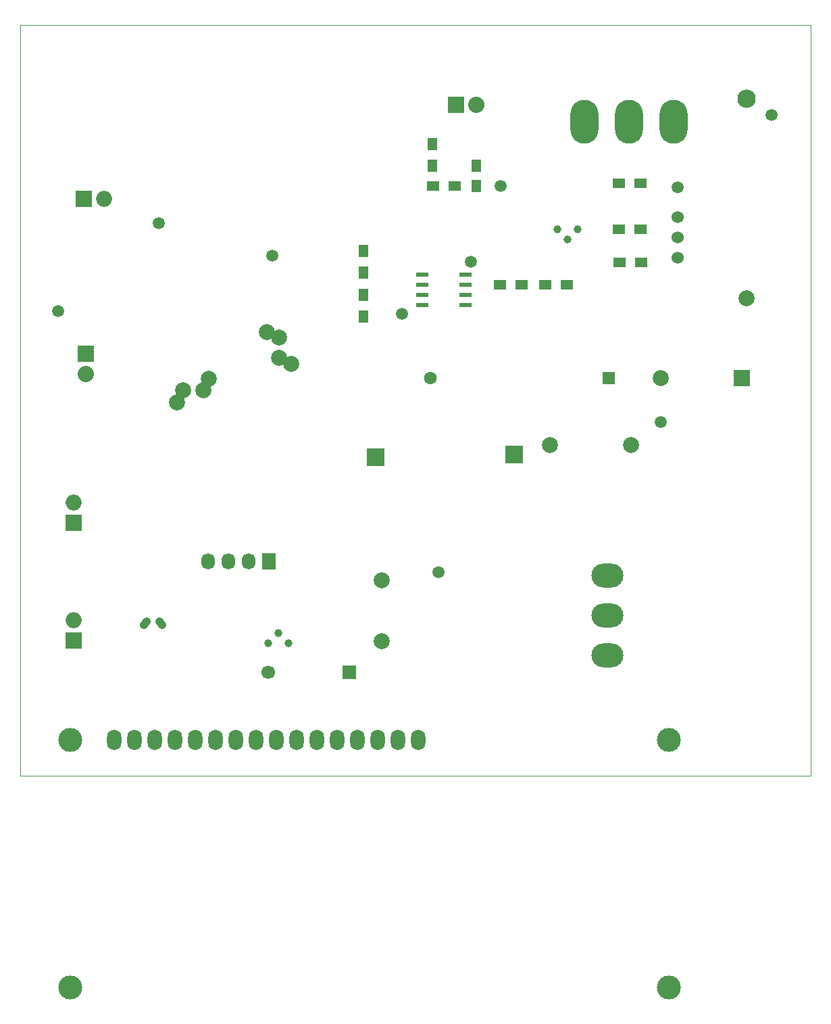
<source format=gbs>
%TF.GenerationSoftware,KiCad,Pcbnew,4.0.1-stable*%
%TF.CreationDate,2016-01-28T12:53:50-06:00*%
%TF.ProjectId,GMCounter,474D436F756E7465722E6B696361645F,rev?*%
%TF.FileFunction,Soldermask,Bot*%
%FSLAX46Y46*%
G04 Gerber Fmt 4.6, Leading zero omitted, Abs format (unit mm)*
G04 Created by KiCad (PCBNEW 4.0.1-stable) date 28/01/2016 12:53:50*
%MOMM*%
G01*
G04 APERTURE LIST*
%ADD10C,0.100000*%
%ADD11C,1.000760*%
%ADD12C,1.501140*%
%ADD13R,1.600000X1.600000*%
%ADD14C,1.600000*%
%ADD15C,1.699260*%
%ADD16R,1.699260X1.699260*%
%ADD17C,1.998980*%
%ADD18R,1.998980X1.998980*%
%ADD19O,1.800000X2.600000*%
%ADD20C,3.000000*%
%ADD21C,2.301240*%
%ADD22R,2.032000X2.032000*%
%ADD23O,2.032000X2.032000*%
%ADD24R,1.727200X2.032000*%
%ADD25O,1.727200X2.032000*%
%ADD26C,1.524000*%
%ADD27O,3.500120X5.501640*%
%ADD28R,1.500000X1.300000*%
%ADD29R,1.300000X1.500000*%
%ADD30C,2.000000*%
%ADD31O,1.998980X1.998980*%
%ADD32R,1.550000X0.600000*%
%ADD33C,1.000760*%
%ADD34R,1.250000X1.500000*%
%ADD35O,4.000500X2.999740*%
%ADD36R,2.235200X2.235200*%
G04 APERTURE END LIST*
D10*
X152844500Y-42862500D02*
X152844500Y-136842500D01*
X53784500Y-42862500D02*
X152844500Y-42862500D01*
X53784500Y-136842500D02*
X53784500Y-42862500D01*
X152844500Y-136842500D02*
X53784500Y-136842500D01*
D11*
X86106000Y-118999000D03*
X87376000Y-120269000D03*
X84836000Y-120269000D03*
D12*
X71183500Y-67691000D03*
D13*
X127571500Y-87122000D03*
D14*
X105219500Y-87122000D03*
D15*
X84836000Y-123952000D03*
D16*
X94996000Y-123952000D03*
D17*
X134048500Y-87122000D03*
D18*
X144208500Y-87122000D03*
D19*
X65565020Y-132397500D03*
X68105020Y-132397500D03*
X70645020Y-132397500D03*
X73185020Y-132397500D03*
X75725020Y-132397500D03*
X78265020Y-132397500D03*
X80805020Y-132397500D03*
X83345020Y-132397500D03*
X85885020Y-132397500D03*
X88425020Y-132397500D03*
X90965020Y-132397500D03*
X93505020Y-132397500D03*
X96045020Y-132397500D03*
X98585020Y-132397500D03*
X101125020Y-132397500D03*
X103665020Y-132397500D03*
D20*
X60065920Y-132397500D03*
X60065920Y-163398200D03*
X135064500Y-163398200D03*
X135064500Y-132397500D03*
D17*
X144843500Y-77142340D03*
D21*
X144843500Y-52141120D03*
D22*
X108399990Y-52862058D03*
D23*
X110939990Y-52862058D03*
D12*
X113987990Y-63022058D03*
X85344000Y-71755000D03*
X58547000Y-78740000D03*
D22*
X62039500Y-84074000D03*
D23*
X62039500Y-86614000D03*
D12*
X101600000Y-79057500D03*
D24*
X84986098Y-110011982D03*
D25*
X82446098Y-110011982D03*
X79906098Y-110011982D03*
X77366098Y-110011982D03*
D12*
X110299500Y-72517000D03*
X106172000Y-111379000D03*
X136207500Y-63246000D03*
X147955000Y-54165500D03*
X134048500Y-92583000D03*
D11*
X122364500Y-69723000D03*
X121094500Y-68453000D03*
X123634500Y-68453000D03*
D26*
X136207500Y-69469000D03*
X136207500Y-66929000D03*
X136207500Y-72009000D03*
D27*
X130111500Y-54991000D03*
X135699500Y-54991000D03*
X124523500Y-54991000D03*
D28*
X108225990Y-63022058D03*
X105525990Y-63022058D03*
D29*
X105478990Y-60482058D03*
X105478990Y-57782058D03*
X96837500Y-79408000D03*
X96837500Y-76708000D03*
X96837500Y-71214000D03*
X96837500Y-73914000D03*
D28*
X113902500Y-75438000D03*
X116602500Y-75438000D03*
X128935500Y-72644000D03*
X131635500Y-72644000D03*
X122317500Y-75438000D03*
X119617500Y-75438000D03*
X131541500Y-68453000D03*
X128841500Y-68453000D03*
X128808500Y-62738000D03*
X131508500Y-62738000D03*
D17*
X130365500Y-95504000D03*
X120205500Y-95504000D03*
D30*
X99060000Y-112415320D03*
X99060000Y-120015000D03*
D31*
X64325500Y-64643000D03*
D18*
X61785500Y-64643000D03*
D31*
X60515500Y-117411500D03*
D18*
X60515500Y-119951500D03*
D31*
X60515500Y-102679500D03*
D18*
X60515500Y-105219500D03*
D32*
X104170500Y-77978000D03*
X104170500Y-76708000D03*
X104170500Y-75438000D03*
X104170500Y-74168000D03*
X109570500Y-74168000D03*
X109570500Y-75438000D03*
X109570500Y-76708000D03*
X109570500Y-77978000D03*
D33*
X69293753Y-117957327D02*
X69647575Y-117603505D01*
X71216221Y-117603505D02*
X71570043Y-117957327D01*
D34*
X110939990Y-63022058D03*
X110939990Y-60522058D03*
D35*
X127381000Y-116840000D03*
X127381000Y-121841260D03*
X127381000Y-111838740D03*
D36*
X115697000Y-96647000D03*
D17*
X74168000Y-88646000D03*
X73439020Y-90147140D03*
X76708000Y-88646000D03*
X77436980Y-87144860D03*
X86233000Y-82042000D03*
X84731860Y-81313020D03*
X86233000Y-84582000D03*
X87734140Y-85310980D03*
D36*
X98298000Y-97002600D03*
M02*

</source>
